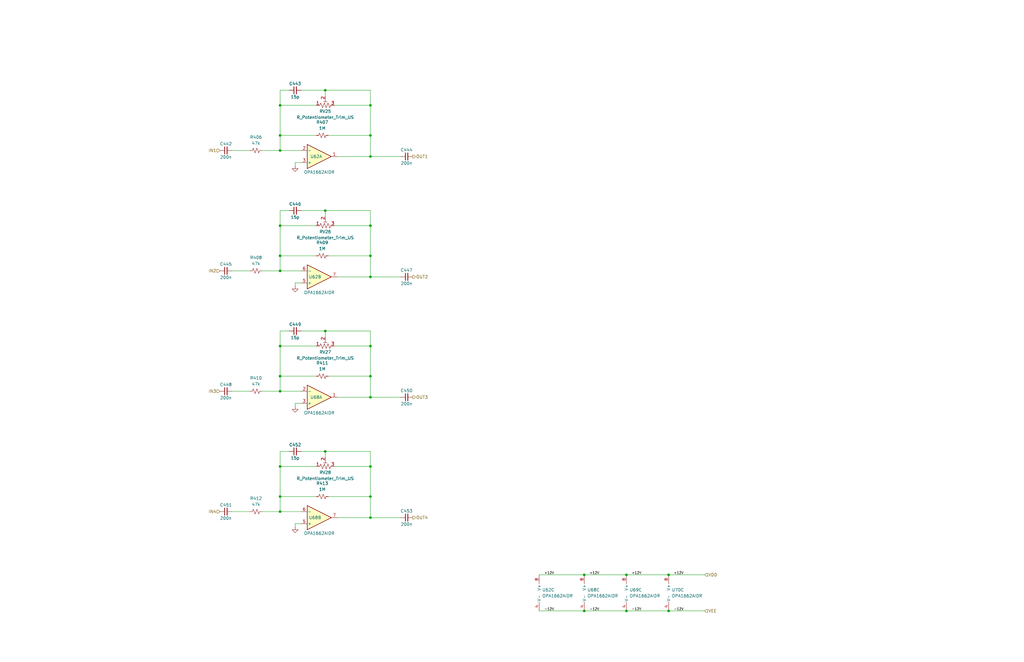
<source format=kicad_sch>
(kicad_sch (version 20250114) (generator "eeschema") (generator_version "9.0")
  (paper "B")
  (lib_symbols
    (symbol "Amplifier_Operational:OPA1656ID" (pin_names (offset 0.127))
      (property "Reference" "U" (at 0 5.08 0))
      (property "Value" "OPA1656ID" (at 0 -5.08 0))
      (symbol "OPA1656ID_1_1"
        (polyline (pts (xy -5.08 5.08) (xy 5.08 0) (xy -5.08 -5.08) (xy -5.08 5.08)) (stroke (width 0.254)) (fill (type background)))
        (pin input line (at -7.62 2.54 0) (length 2.54) (name "+") (number "3"))
        (pin input line (at -7.62 -2.54 0) (length 2.54) (name "-") (number "2"))
        (pin output line (at 7.62 0 180) (length 2.54) (name "~") (number "1"))
      )
      (symbol "OPA1656ID_2_1"
        (polyline (pts (xy -5.08 5.08) (xy 5.08 0) (xy -5.08 -5.08) (xy -5.08 5.08)) (stroke (width 0.254)) (fill (type background)))
        (pin input line (at -7.62 2.54 0) (length 2.54) (name "+") (number "5"))
        (pin input line (at -7.62 -2.54 0) (length 2.54) (name "-") (number "6"))
        (pin output line (at 7.62 0 180) (length 2.54) (name "~") (number "7"))
      )
      (symbol "OPA1656ID_3_1"
        (pin power_in line (at -2.54 7.62 270) (length 3.81) (name "V+") (number "8"))
        (pin power_in line (at -2.54 -7.62 90) (length 3.81) (name "V-") (number "4"))
      )
    )
    (symbol "Device:C_Small" (pin_numbers (hide yes)) (pin_names (offset 0.254) (hide yes))
      (property "Reference" "C" (at 0.254 1.778 0))
      (property "Value" "C_Small" (at 0.254 -2.032 0))
      (symbol "C_Small_0_1"
        (polyline (pts (xy -1.524 0.508) (xy 1.524 0.508)) (stroke (width 0.3048)))
        (polyline (pts (xy -1.524 -0.508) (xy 1.524 -0.508)) (stroke (width 0.3302)))
      )
      (symbol "C_Small_1_1"
        (pin passive line (at 0 2.54 270) (length 2.032) (name "~") (number "1"))
        (pin passive line (at 0 -2.54 90) (length 2.032) (name "~") (number "2"))
      )
    )
    (symbol "Device:R_Potentiometer_Trim_US" (pin_names (offset 1.016) (hide yes))
      (property "Reference" "RV" (at -4.445 0 90))
      (property "Value" "R_Potentiometer_Trim_US" (at -2.54 0 90))
      (symbol "R_Potentiometer_Trim_US_0_1"
        (polyline (pts (xy 0 2.286) (xy 0 2.54)))
        (polyline (pts (xy 0 2.286) (xy 1.016 1.905) (xy 0 1.524) (xy -1.016 1.143) (xy 0 0.762)))
        (polyline (pts (xy 0 0.762) (xy 1.016 0.381) (xy 0 0) (xy -1.016 -0.381) (xy 0 -0.762)))
        (polyline (pts (xy 0 -0.762) (xy 1.016 -1.143) (xy 0 -1.524) (xy -1.016 -1.905) (xy 0 -2.286)))
        (polyline (pts (xy 0 -2.286) (xy 0 -2.54)))
        (polyline (pts (xy 1.524 0.762) (xy 1.524 -0.762)))
        (polyline (pts (xy 2.54 0) (xy 1.524 0)))
      )
      (symbol "R_Potentiometer_Trim_US_1_1"
        (pin passive line (at 0 3.81 270) (length 1.27) (name "1") (number "1"))
        (pin passive line (at 0 -3.81 90) (length 1.27) (name "3") (number "3"))
        (pin passive line (at 3.81 0 180) (length 1.27) (name "2") (number "2"))
      )
    )
    (symbol "Device:R_Small_US" (pin_numbers (hide yes)) (pin_names (offset 0.254) (hide yes))
      (property "Reference" "R" (at 0.762 0.508 0))
      (property "Value" "R_Small_US" (at 0.762 -1.016 0))
      (symbol "R_Small_US_1_1"
        (polyline (pts (xy 0 1.524) (xy 1.016 1.143) (xy 0 0.762) (xy -1.016 0.381) (xy 0 0)))
        (polyline (pts (xy 0 0) (xy 1.016 -0.381) (xy 0 -0.762) (xy -1.016 -1.143) (xy 0 -1.524)))
        (pin passive line (at 0 2.54 270) (length 1.016) (name "~") (number "1"))
        (pin passive line (at 0 -2.54 90) (length 1.016) (name "~") (number "2"))
      )
    )
    (symbol "power:GND" (power) (pin_numbers (hide yes)) (pin_names (offset 0) (hide yes))
      (property "Value" "GND" (at 0 -3.81 0))
      (symbol "GND_0_1"
        (polyline (pts (xy 0 0) (xy 0 -1.27) (xy 1.27 -1.27) (xy 0 -2.54) (xy -1.27 -1.27) (xy 0 -1.27)))
      )
      (symbol "GND_1_1"
        (pin power_in line (at 0 0 270) (length 0) (name "~") (number "1"))
      )
    )
  )
  (junction (at 156.21 167.64))
  (junction (at 118.11 158.75))
  (junction (at 118.11 63.5))
  (junction (at 137.16 88.9))
  (junction (at 118.11 165.1))
  (junction (at 156.21 66.04))
  (junction (at 118.11 209.55))
  (junction (at 246.38 242.57))
  (junction (at 118.11 44.45))
  (junction (at 156.21 196.85))
  (junction (at 137.16 190.5))
  (junction (at 156.21 116.84))
  (junction (at 118.11 196.85))
  (junction (at 118.11 107.95))
  (junction (at 264.16 257.81))
  (junction (at 156.21 44.45))
  (junction (at 118.11 215.9))
  (junction (at 118.11 146.05))
  (junction (at 137.16 38.1))
  (junction (at 156.21 146.05))
  (junction (at 156.21 57.15))
  (junction (at 281.94 257.81))
  (junction (at 281.94 242.57))
  (junction (at 264.16 242.57))
  (junction (at 118.11 57.15))
  (junction (at 156.21 95.25))
  (junction (at 156.21 158.75))
  (junction (at 156.21 209.55))
  (junction (at 137.16 139.7))
  (junction (at 246.38 257.81))
  (junction (at 156.21 107.95))
  (junction (at 118.11 114.3))
  (junction (at 118.11 95.25))
  (junction (at 156.21 218.44))
  (wire (pts (xy 110.49 215.9) (xy 118.11 215.9)))
  (wire (pts (xy 227.33 242.57) (xy 246.38 242.57)))
  (wire (pts (xy 156.21 196.85) (xy 156.21 209.55)))
  (wire (pts (xy 127 165.1) (xy 118.11 165.1)))
  (wire (pts (xy 118.11 158.75) (xy 133.35 158.75)))
  (wire (pts (xy 156.21 209.55) (xy 156.21 218.44)))
  (wire (pts (xy 124.46 222.25) (xy 124.46 220.98)))
  (wire (pts (xy 138.43 107.95) (xy 156.21 107.95)))
  (wire (pts (xy 118.11 95.25) (xy 118.11 107.95)))
  (wire (pts (xy 264.16 257.81) (xy 281.94 257.81)))
  (wire (pts (xy 118.11 38.1) (xy 121.92 38.1)))
  (wire (pts (xy 124.46 68.58) (xy 127 68.58)))
  (wire (pts (xy 118.11 215.9) (xy 118.11 209.55)))
  (wire (pts (xy 118.11 190.5) (xy 121.92 190.5)))
  (wire (pts (xy 140.97 146.05) (xy 156.21 146.05)))
  (wire (pts (xy 281.94 242.57) (xy 297.18 242.57)))
  (wire (pts (xy 127 63.5) (xy 118.11 63.5)))
  (wire (pts (xy 137.16 139.7) (xy 156.21 139.7)))
  (wire (pts (xy 118.11 88.9) (xy 118.11 95.25)))
  (wire (pts (xy 156.21 88.9) (xy 156.21 95.25)))
  (wire (pts (xy 110.49 63.5) (xy 118.11 63.5)))
  (wire (pts (xy 156.21 139.7) (xy 156.21 146.05)))
  (wire (pts (xy 110.49 165.1) (xy 118.11 165.1)))
  (wire (pts (xy 97.79 215.9) (xy 105.41 215.9)))
  (wire (pts (xy 137.16 38.1) (xy 137.16 40.64)))
  (wire (pts (xy 118.11 63.5) (xy 118.11 57.15)))
  (wire (pts (xy 156.21 190.5) (xy 156.21 196.85)))
  (wire (pts (xy 264.16 242.57) (xy 281.94 242.57)))
  (wire (pts (xy 124.46 120.65) (xy 124.46 119.38)))
  (wire (pts (xy 156.21 146.05) (xy 156.21 158.75)))
  (wire (pts (xy 137.16 190.5) (xy 137.16 193.04)))
  (wire (pts (xy 133.35 196.85) (xy 118.11 196.85)))
  (wire (pts (xy 156.21 95.25) (xy 156.21 107.95)))
  (wire (pts (xy 118.11 57.15) (xy 133.35 57.15)))
  (wire (pts (xy 138.43 57.15) (xy 156.21 57.15)))
  (wire (pts (xy 137.16 190.5) (xy 156.21 190.5)))
  (wire (pts (xy 156.21 116.84) (xy 142.24 116.84)))
  (wire (pts (xy 246.38 242.57) (xy 264.16 242.57)))
  (wire (pts (xy 156.21 167.64) (xy 142.24 167.64)))
  (wire (pts (xy 118.11 196.85) (xy 118.11 209.55)))
  (wire (pts (xy 124.46 119.38) (xy 127 119.38)))
  (wire (pts (xy 137.16 88.9) (xy 137.16 91.44)))
  (wire (pts (xy 138.43 158.75) (xy 156.21 158.75)))
  (wire (pts (xy 227.33 257.81) (xy 246.38 257.81)))
  (wire (pts (xy 140.97 44.45) (xy 156.21 44.45)))
  (wire (pts (xy 156.21 44.45) (xy 156.21 57.15)))
  (wire (pts (xy 118.11 209.55) (xy 133.35 209.55)))
  (wire (pts (xy 137.16 88.9) (xy 156.21 88.9)))
  (wire (pts (xy 156.21 66.04) (xy 142.24 66.04)))
  (wire (pts (xy 127 139.7) (xy 137.16 139.7)))
  (wire (pts (xy 133.35 146.05) (xy 118.11 146.05)))
  (wire (pts (xy 118.11 107.95) (xy 133.35 107.95)))
  (wire (pts (xy 156.21 57.15) (xy 156.21 66.04)))
  (wire (pts (xy 118.11 139.7) (xy 121.92 139.7)))
  (wire (pts (xy 127 88.9) (xy 137.16 88.9)))
  (wire (pts (xy 118.11 146.05) (xy 118.11 158.75)))
  (wire (pts (xy 156.21 116.84) (xy 168.91 116.84)))
  (wire (pts (xy 140.97 95.25) (xy 156.21 95.25)))
  (wire (pts (xy 156.21 66.04) (xy 168.91 66.04)))
  (wire (pts (xy 124.46 69.85) (xy 124.46 68.58)))
  (wire (pts (xy 127 190.5) (xy 137.16 190.5)))
  (wire (pts (xy 118.11 88.9) (xy 121.92 88.9)))
  (wire (pts (xy 137.16 139.7) (xy 137.16 142.24)))
  (wire (pts (xy 97.79 63.5) (xy 105.41 63.5)))
  (wire (pts (xy 156.21 107.95) (xy 156.21 116.84)))
  (wire (pts (xy 118.11 38.1) (xy 118.11 44.45)))
  (wire (pts (xy 124.46 170.18) (xy 127 170.18)))
  (wire (pts (xy 140.97 196.85) (xy 156.21 196.85)))
  (wire (pts (xy 156.21 218.44) (xy 142.24 218.44)))
  (wire (pts (xy 127 38.1) (xy 137.16 38.1)))
  (wire (pts (xy 281.94 257.81) (xy 297.18 257.81)))
  (wire (pts (xy 138.43 209.55) (xy 156.21 209.55)))
  (wire (pts (xy 124.46 220.98) (xy 127 220.98)))
  (wire (pts (xy 124.46 171.45) (xy 124.46 170.18)))
  (wire (pts (xy 118.11 139.7) (xy 118.11 146.05)))
  (wire (pts (xy 156.21 38.1) (xy 156.21 44.45)))
  (wire (pts (xy 133.35 44.45) (xy 118.11 44.45)))
  (wire (pts (xy 137.16 38.1) (xy 156.21 38.1)))
  (wire (pts (xy 127 215.9) (xy 118.11 215.9)))
  (wire (pts (xy 133.35 95.25) (xy 118.11 95.25)))
  (wire (pts (xy 97.79 114.3) (xy 105.41 114.3)))
  (wire (pts (xy 118.11 165.1) (xy 118.11 158.75)))
  (wire (pts (xy 156.21 218.44) (xy 168.91 218.44)))
  (wire (pts (xy 118.11 190.5) (xy 118.11 196.85)))
  (wire (pts (xy 118.11 114.3) (xy 118.11 107.95)))
  (wire (pts (xy 127 114.3) (xy 118.11 114.3)))
  (wire (pts (xy 110.49 114.3) (xy 118.11 114.3)))
  (wire (pts (xy 118.11 44.45) (xy 118.11 57.15)))
  (wire (pts (xy 156.21 158.75) (xy 156.21 167.64)))
  (wire (pts (xy 246.38 257.81) (xy 264.16 257.81)))
  (wire (pts (xy 156.21 167.64) (xy 168.91 167.64)))
  (wire (pts (xy 97.79 165.1) (xy 105.41 165.1)))
  (label "-12V" (at 288.29 257.81 180) (effects (font (size 1 1))))
  (label "-12V" (at 252.73 257.81 180) (effects (font (size 1 1))))
  (label "-12V" (at 233.68 257.81 180) (effects (font (size 1 1))))
  (label "-12V" (at 270.51 257.81 180) (effects (font (size 1 1))))
  (label "+12V" (at 233.68 242.57 180) (effects (font (size 1 1))))
  (label "+12V" (at 252.73 242.57 180) (effects (font (size 1 1))))
  (label "+12V" (at 270.51 242.57 180) (effects (font (size 1 1))))
  (label "+12V" (at 288.29 242.57 180) (effects (font (size 1 1))))
  (hierarchical_label "OUT4" (shape output) (at 173.99 218.44 0))
  (hierarchical_label "VDD" (shape input) (at 297.18 242.57 0))
  (hierarchical_label "VEE" (shape input) (at 297.18 257.81 0))
  (hierarchical_label "IN4" (shape input) (at 92.71 215.9 180))
  (hierarchical_label "OUT1" (shape output) (at 173.99 66.04 0))
  (hierarchical_label "OUT3" (shape output) (at 173.99 167.64 0))
  (hierarchical_label "IN1" (shape input) (at 92.71 63.5 180))
  (hierarchical_label "OUT2" (shape output) (at 173.99 116.84 0))
  (hierarchical_label "IN3" (shape input) (at 92.71 165.1 180))
  (hierarchical_label "IN2" (shape input) (at 92.71 114.3 180))
  (symbol (lib_id "Amplifier_Operational:OPA1656ID") (at 229.87 250.19 0) (unit 3)
    (property "Reference" "U71" (at 228.6 248.9199 0) (effects (justify left)))
    (property "Value" "OPA1662AIDR" (at 228.6 251.4599 0) (effects (justify left)))
    (property "Footprint" "Package_SO:SOIC-8_3.9x4.9mm_P1.27mm" (effects (hide yes)))
    (property "Datasheet" "https://www.ti.com/lit/ds/symlink/opa1662.pdf?HQS=dis-dk-null-digikeymode-dsf-pf-null-wwe&ts=1750397590108&ref_url=https%253A%252F%252Fwww.ti.com%252Fgeneral%252Fdocs%252Fsuppproductinfo.tsp%253FdistId%253D10%2526gotoUrl%253Dhttps%253A%252F%252Fwww.ti.com%252Flit%252Fgpn%252Fopa1662" (effects (hide yes)))
    (property "Description" "Dual Ultra-Low-Noise, Low-Distortion, FET-Input, Burr-Brown Audio Operational Amplifiers, SOIC-8" (effects (hide yes)))
    (instances (project "PilotAudioPanel" (path "" (reference "U62") (unit 3)) (path "" (reference "U71") (unit 3))))
  )
  (symbol (lib_id "Device:R_Small_US") (at 107.95 215.9 90) (unit 1)
    (property "Reference" "R417" (at 107.95 210.312 90))
    (property "Value" "47k" (at 107.95 212.852 90))
    (property "Description" "Resistor, small US symbol" (effects (hide yes)))
    (instances (project "PilotAudioPanel" (path "" (reference "R412") (unit 1)) (path "" (reference "R417") (unit 1))))
  )
  (symbol (lib_id "Device:C_Small") (at 95.25 63.5 90) (mirror x) (unit 1)
    (property "Reference" "C454" (at 95.25 60.706 90))
    (property "Value" "200n" (at 95.25 66.294 90))
    (property "Description" "Unpolarized capacitor, small symbol" (effects (hide yes)))
    (instances (project "PilotAudioPanel" (path "" (reference "C442") (unit 1)) (path "" (reference "C454") (unit 1))))
  )
  (symbol (lib_id "Device:R_Small_US") (at 107.95 114.3 90) (unit 1)
    (property "Reference" "R415" (at 107.95 108.712 90))
    (property "Value" "47k" (at 107.95 111.252 90))
    (property "Description" "Resistor, small US symbol" (effects (hide yes)))
    (instances (project "PilotAudioPanel" (path "" (reference "R408") (unit 1)) (path "" (reference "R415") (unit 1))))
  )
  (symbol (lib_id "Amplifier_Operational:OPA1656ID") (at 248.92 250.19 0) (unit 3)
    (property "Reference" "U72" (at 247.65 248.9199 0) (effects (justify left)))
    (property "Value" "OPA1662AIDR" (at 247.65 251.4599 0) (effects (justify left)))
    (property "Footprint" "Package_SO:SOIC-8_3.9x4.9mm_P1.27mm" (effects (hide yes)))
    (property "Datasheet" "https://www.ti.com/lit/ds/symlink/opa1662.pdf?HQS=dis-dk-null-digikeymode-dsf-pf-null-wwe&ts=1750397590108&ref_url=https%253A%252F%252Fwww.ti.com%252Fgeneral%252Fdocs%252Fsuppproductinfo.tsp%253FdistId%253D10%2526gotoUrl%253Dhttps%253A%252F%252Fwww.ti.com%252Flit%252Fgpn%252Fopa1662" (effects (hide yes)))
    (property "Description" "Dual Ultra-Low-Noise, Low-Distortion, FET-Input, Burr-Brown Audio Operational Amplifiers, SOIC-8" (effects (hide yes)))
    (instances (project "PilotAudioPanel" (path "" (reference "U68") (unit 3)) (path "" (reference "U72") (unit 3))))
  )
  (symbol (lib_id "Device:R_Small_US") (at 135.89 209.55 90) (unit 1)
    (property "Reference" "R421" (at 135.89 203.962 90))
    (property "Value" "1M" (at 135.89 206.502 90))
    (property "Description" "Resistor, small US symbol" (effects (hide yes)))
    (instances (project "PilotAudioPanel" (path "" (reference "R413") (unit 1)) (path "" (reference "R421") (unit 1))))
  )
  (symbol (lib_id "Device:R_Potentiometer_Trim_US") (at 137.16 95.25 90) (unit 1)
    (property "Reference" "RV30" (at 137.16 97.79 90))
    (property "Value" "R_Potentiometer_Trim_US" (at 137.16 100.33 90))
    (property "Description" "Trim-potentiometer, US symbol" (effects (hide yes)))
    (instances (project "PilotAudioPanel" (path "" (reference "RV26") (unit 1)) (path "" (reference "RV30") (unit 1))))
  )
  (symbol (lib_id "Device:C_Small") (at 95.25 114.3 90) (mirror x) (unit 1)
    (property "Reference" "C455" (at 95.25 111.506 90))
    (property "Value" "200n" (at 95.25 117.094 90))
    (property "Description" "Unpolarized capacitor, small symbol" (effects (hide yes)))
    (instances (project "PilotAudioPanel" (path "" (reference "C445") (unit 1)) (path "" (reference "C455") (unit 1))))
  )
  (symbol (lib_id "Device:C_Small") (at 124.46 190.5 90) (mirror x) (unit 1)
    (property "Reference" "C461" (at 124.46 187.706 90))
    (property "Value" "15p" (at 124.46 193.294 90))
    (property "Description" "Unpolarized capacitor, small symbol" (effects (hide yes)))
    (instances (project "PilotAudioPanel" (path "" (reference "C452") (unit 1)) (path "" (reference "C461") (unit 1))))
  )
  (symbol (lib_id "Device:C_Small") (at 95.25 215.9 90) (mirror x) (unit 1)
    (property "Reference" "C457" (at 95.25 213.106 90))
    (property "Value" "200n" (at 95.25 218.694 90))
    (property "Description" "Unpolarized capacitor, small symbol" (effects (hide yes)))
    (instances (project "PilotAudioPanel" (path "" (reference "C451") (unit 1)) (path "" (reference "C457") (unit 1))))
  )
  (symbol (lib_id "Amplifier_Operational:OPA1656ID") (at 266.7 250.19 0) (unit 3)
    (property "Reference" "U73" (at 265.43 248.9199 0) (effects (justify left)))
    (property "Value" "OPA1662AIDR" (at 265.43 251.4599 0) (effects (justify left)))
    (property "Footprint" "Package_SO:SOIC-8_3.9x4.9mm_P1.27mm" (effects (hide yes)))
    (property "Datasheet" "https://www.ti.com/lit/ds/symlink/opa1662.pdf?HQS=dis-dk-null-digikeymode-dsf-pf-null-wwe&ts=1750397590108&ref_url=https%253A%252F%252Fwww.ti.com%252Fgeneral%252Fdocs%252Fsuppproductinfo.tsp%253FdistId%253D10%2526gotoUrl%253Dhttps%253A%252F%252Fwww.ti.com%252Flit%252Fgpn%252Fopa1662" (effects (hide yes)))
    (property "Description" "Dual Ultra-Low-Noise, Low-Distortion, FET-Input, Burr-Brown Audio Operational Amplifiers, SOIC-8" (effects (hide yes)))
    (instances (project "PilotAudioPanel" (path "" (reference "U69") (unit 3)) (path "" (reference "U73") (unit 3))))
  )
  (symbol (lib_id "Device:R_Potentiometer_Trim_US") (at 137.16 146.05 90) (unit 1)
    (property "Reference" "RV31" (at 137.16 148.59 90))
    (property "Value" "R_Potentiometer_Trim_US" (at 137.16 151.13 90))
    (property "Description" "Trim-potentiometer, US symbol" (effects (hide yes)))
    (instances (project "PilotAudioPanel" (path "" (reference "RV27") (unit 1)) (path "" (reference "RV31") (unit 1))))
  )
  (symbol (lib_id "Device:C_Small") (at 124.46 139.7 90) (mirror x) (unit 1)
    (property "Reference" "C460" (at 124.46 136.906 90))
    (property "Value" "15p" (at 124.46 142.494 90))
    (property "Description" "Unpolarized capacitor, small symbol" (effects (hide yes)))
    (instances (project "PilotAudioPanel" (path "" (reference "C449") (unit 1)) (path "" (reference "C460") (unit 1))))
  )
  (symbol (lib_id "Device:R_Small_US") (at 135.89 57.15 90) (unit 1)
    (property "Reference" "R418" (at 135.89 51.562 90))
    (property "Value" "1M" (at 135.89 54.102 90))
    (property "Description" "Resistor, small US symbol" (effects (hide yes)))
    (instances (project "PilotAudioPanel" (path "" (reference "R407") (unit 1)) (path "" (reference "R418") (unit 1))))
  )
  (symbol (lib_id "Device:C_Small") (at 124.46 88.9 90) (mirror x) (unit 1)
    (property "Reference" "C459" (at 124.46 86.106 90))
    (property "Value" "15p" (at 124.46 91.694 90))
    (property "Description" "Unpolarized capacitor, small symbol" (effects (hide yes)))
    (instances (project "PilotAudioPanel" (path "" (reference "C446") (unit 1)) (path "" (reference "C459") (unit 1))))
  )
  (symbol (lib_id "Amplifier_Operational:OPA1656ID") (at 134.62 218.44 0) (mirror x) (unit 2)
    (property "Reference" "U72" (at 132.842 218.44 0))
    (property "Value" "OPA1662AIDR" (at 134.62 225.044 0))
    (property "Footprint" "Package_SO:SOIC-8_3.9x4.9mm_P1.27mm" (effects (hide yes)))
    (property "Datasheet" "https://www.ti.com/lit/ds/symlink/opa1662.pdf?HQS=dis-dk-null-digikeymode-dsf-pf-null-wwe&ts=1750397590108&ref_url=https%253A%252F%252Fwww.ti.com%252Fgeneral%252Fdocs%252Fsuppproductinfo.tsp%253FdistId%253D10%2526gotoUrl%253Dhttps%253A%252F%252Fwww.ti.com%252Flit%252Fgpn%252Fopa1662" (effects (hide yes)))
    (property "Description" "Dual Ultra-Low-Noise, Low-Distortion, FET-Input, Burr-Brown Audio Operational Amplifiers, SOIC-8" (effects (hide yes)))
    (instances (project "PilotAudioPanel" (path "" (reference "U68") (unit 2)) (path "" (reference "U72") (unit 2))))
  )
  (symbol (lib_id "Device:R_Small_US") (at 107.95 63.5 90) (unit 1)
    (property "Reference" "R414" (at 107.95 57.912 90))
    (property "Value" "47k" (at 107.95 60.452 90))
    (property "Description" "Resistor, small US symbol" (effects (hide yes)))
    (instances (project "PilotAudioPanel" (path "" (reference "R406") (unit 1)) (path "" (reference "R414") (unit 1))))
  )
  (symbol (lib_id "Device:C_Small") (at 171.45 218.44 90) (mirror x) (unit 1)
    (property "Reference" "C465" (at 171.45 215.646 90))
    (property "Value" "200n" (at 171.45 221.234 90))
    (property "Description" "Unpolarized capacitor, small symbol" (effects (hide yes)))
    (instances (project "PilotAudioPanel" (path "" (reference "C453") (unit 1)) (path "" (reference "C465") (unit 1))))
  )
  (symbol (lib_id "Device:C_Small") (at 95.25 165.1 90) (mirror x) (unit 1)
    (property "Reference" "C456" (at 95.25 162.306 90))
    (property "Value" "200n" (at 95.25 167.894 90))
    (property "Description" "Unpolarized capacitor, small symbol" (effects (hide yes)))
    (instances (project "PilotAudioPanel" (path "" (reference "C448") (unit 1)) (path "" (reference "C456") (unit 1))))
  )
  (symbol (lib_id "Device:C_Small") (at 171.45 66.04 90) (mirror x) (unit 1)
    (property "Reference" "C462" (at 171.45 63.246 90))
    (property "Value" "200n" (at 171.45 68.834 90))
    (property "Description" "Unpolarized capacitor, small symbol" (effects (hide yes)))
    (instances (project "PilotAudioPanel" (path "" (reference "C444") (unit 1)) (path "" (reference "C462") (unit 1))))
  )
  (symbol (lib_id "power:GND") (at 124.46 69.85 0) (unit 1)
    (property "Reference" "#PWR0403" (effects (hide yes)))
    (property "Value" "GND" (effects (hide yes)))
    (property "Description" "Power symbol creates a global label with name \"GND\" , ground" (effects (hide yes)))
    (instances (project "PilotAudioPanel" (path "" (reference "#PWR0399") (unit 1)) (path "" (reference "#PWR0403") (unit 1))))
  )
  (symbol (lib_id "Amplifier_Operational:OPA1656ID") (at 134.62 116.84 0) (mirror x) (unit 2)
    (property "Reference" "U71" (at 132.842 116.84 0))
    (property "Value" "OPA1662AIDR" (at 134.62 123.444 0))
    (property "Footprint" "Package_SO:SOIC-8_3.9x4.9mm_P1.27mm" (effects (hide yes)))
    (property "Datasheet" "https://www.ti.com/lit/ds/symlink/opa1662.pdf?HQS=dis-dk-null-digikeymode-dsf-pf-null-wwe&ts=1750397590108&ref_url=https%253A%252F%252Fwww.ti.com%252Fgeneral%252Fdocs%252Fsuppproductinfo.tsp%253FdistId%253D10%2526gotoUrl%253Dhttps%253A%252F%252Fwww.ti.com%252Flit%252Fgpn%252Fopa1662" (effects (hide yes)))
    (property "Description" "Dual Ultra-Low-Noise, Low-Distortion, FET-Input, Burr-Brown Audio Operational Amplifiers, SOIC-8" (effects (hide yes)))
    (instances (project "PilotAudioPanel" (path "" (reference "U62") (unit 2)) (path "" (reference "U71") (unit 2))))
  )
  (symbol (lib_id "Device:R_Small_US") (at 135.89 158.75 90) (unit 1)
    (property "Reference" "R420" (at 135.89 153.162 90))
    (property "Value" "1M" (at 135.89 155.702 90))
    (property "Description" "Resistor, small US symbol" (effects (hide yes)))
    (instances (project "PilotAudioPanel" (path "" (reference "R411") (unit 1)) (path "" (reference "R420") (unit 1))))
  )
  (symbol (lib_id "Device:C_Small") (at 124.46 38.1 90) (mirror x) (unit 1)
    (property "Reference" "C458" (at 124.46 35.306 90))
    (property "Value" "15p" (at 124.46 40.894 90))
    (property "Description" "Unpolarized capacitor, small symbol" (effects (hide yes)))
    (instances (project "PilotAudioPanel" (path "" (reference "C443") (unit 1)) (path "" (reference "C458") (unit 1))))
  )
  (symbol (lib_id "Device:C_Small") (at 171.45 116.84 90) (mirror x) (unit 1)
    (property "Reference" "C463" (at 171.45 114.046 90))
    (property "Value" "200n" (at 171.45 119.634 90))
    (property "Description" "Unpolarized capacitor, small symbol" (effects (hide yes)))
    (instances (project "PilotAudioPanel" (path "" (reference "C447") (unit 1)) (path "" (reference "C463") (unit 1))))
  )
  (symbol (lib_id "Device:R_Potentiometer_Trim_US") (at 137.16 196.85 90) (unit 1)
    (property "Reference" "RV32" (at 137.16 199.39 90))
    (property "Value" "R_Potentiometer_Trim_US" (at 137.16 201.93 90))
    (property "Description" "Trim-potentiometer, US symbol" (effects (hide yes)))
    (instances (project "PilotAudioPanel" (path "" (reference "RV28") (unit 1)) (path "" (reference "RV32") (unit 1))))
  )
  (symbol (lib_id "Device:R_Small_US") (at 135.89 107.95 90) (unit 1)
    (property "Reference" "R419" (at 135.89 102.362 90))
    (property "Value" "1M" (at 135.89 104.902 90))
    (property "Description" "Resistor, small US symbol" (effects (hide yes)))
    (instances (project "PilotAudioPanel" (path "" (reference "R409") (unit 1)) (path "" (reference "R419") (unit 1))))
  )
  (symbol (lib_id "Device:C_Small") (at 171.45 167.64 90) (mirror x) (unit 1)
    (property "Reference" "C464" (at 171.45 164.846 90))
    (property "Value" "200n" (at 171.45 170.434 90))
    (property "Description" "Unpolarized capacitor, small symbol" (effects (hide yes)))
    (instances (project "PilotAudioPanel" (path "" (reference "C450") (unit 1)) (path "" (reference "C464") (unit 1))))
  )
  (symbol (lib_id "power:GND") (at 124.46 222.25 0) (unit 1)
    (property "Reference" "#PWR0408" (effects (hide yes)))
    (property "Value" "GND" (effects (hide yes)))
    (property "Description" "Power symbol creates a global label with name \"GND\" , ground" (effects (hide yes)))
    (instances (project "PilotAudioPanel" (path "" (reference "#PWR0402") (unit 1)) (path "" (reference "#PWR0408") (unit 1))))
  )
  (symbol (lib_id "Device:R_Potentiometer_Trim_US") (at 137.16 44.45 90) (unit 1)
    (property "Reference" "RV29" (at 137.16 46.99 90))
    (property "Value" "R_Potentiometer_Trim_US" (at 137.16 49.53 90))
    (property "Description" "Trim-potentiometer, US symbol" (effects (hide yes)))
    (instances (project "PilotAudioPanel" (path "" (reference "RV25") (unit 1)) (path "" (reference "RV29") (unit 1))))
  )
  (symbol (lib_id "power:GND") (at 124.46 120.65 0) (unit 1)
    (property "Reference" "#PWR0405" (effects (hide yes)))
    (property "Value" "GND" (effects (hide yes)))
    (property "Description" "Power symbol creates a global label with name \"GND\" , ground" (effects (hide yes)))
    (instances (project "PilotAudioPanel" (path "" (reference "#PWR0400") (unit 1)) (path "" (reference "#PWR0405") (unit 1))))
  )
  (symbol (lib_id "Amplifier_Operational:OPA1656ID") (at 134.62 167.64 0) (mirror x) (unit 1)
    (property "Reference" "U72" (at 133.35 167.64 0))
    (property "Value" "OPA1662AIDR" (at 134.62 174.244 0))
    (property "Footprint" "Package_SO:SOIC-8_3.9x4.9mm_P1.27mm" (effects (hide yes)))
    (property "Datasheet" "https://www.ti.com/lit/ds/symlink/opa1662.pdf?HQS=dis-dk-null-digikeymode-dsf-pf-null-wwe&ts=1750397590108&ref_url=https%253A%252F%252Fwww.ti.com%252Fgeneral%252Fdocs%252Fsuppproductinfo.tsp%253FdistId%253D10%2526gotoUrl%253Dhttps%253A%252F%252Fwww.ti.com%252Flit%252Fgpn%252Fopa1662" (effects (hide yes)))
    (property "Description" "Dual Ultra-Low-Noise, Low-Distortion, FET-Input, Burr-Brown Audio Operational Amplifiers, SOIC-8" (effects (hide yes)))
    (instances (project "PilotAudioPanel" (path "" (reference "U68") (unit 1)) (path "" (reference "U72") (unit 1))))
  )
  (symbol (lib_id "power:GND") (at 124.46 171.45 0) (unit 1)
    (property "Reference" "#PWR0407" (effects (hide yes)))
    (property "Value" "GND" (effects (hide yes)))
    (property "Description" "Power symbol creates a global label with name \"GND\" , ground" (effects (hide yes)))
    (instances (project "PilotAudioPanel" (path "" (reference "#PWR0401") (unit 1)) (path "" (reference "#PWR0407") (unit 1))))
  )
  (symbol (lib_id "Amplifier_Operational:OPA1656ID") (at 134.62 66.04 0) (mirror x) (unit 1)
    (property "Reference" "U71" (at 133.35 66.04 0))
    (property "Value" "OPA1662AIDR" (at 134.62 72.644 0))
    (property "Footprint" "Package_SO:SOIC-8_3.9x4.9mm_P1.27mm" (effects (hide yes)))
    (property "Datasheet" "https://www.ti.com/lit/ds/symlink/opa1662.pdf?HQS=dis-dk-null-digikeymode-dsf-pf-null-wwe&ts=1750397590108&ref_url=https%253A%252F%252Fwww.ti.com%252Fgeneral%252Fdocs%252Fsuppproductinfo.tsp%253FdistId%253D10%2526gotoUrl%253Dhttps%253A%252F%252Fwww.ti.com%252Flit%252Fgpn%252Fopa1662" (effects (hide yes)))
    (property "Description" "Dual Ultra-Low-Noise, Low-Distortion, FET-Input, Burr-Brown Audio Operational Amplifiers, SOIC-8" (effects (hide yes)))
    (instances (project "PilotAudioPanel" (path "" (reference "U62") (unit 1)) (path "" (reference "U71") (unit 1))))
  )
  (symbol (lib_id "Device:R_Small_US") (at 107.95 165.1 90) (unit 1)
    (property "Reference" "R416" (at 107.95 159.512 90))
    (property "Value" "47k" (at 107.95 162.052 90))
    (property "Description" "Resistor, small US symbol" (effects (hide yes)))
    (instances (project "PilotAudioPanel" (path "" (reference "R410") (unit 1)) (path "" (reference "R416") (unit 1))))
  )
  (symbol (lib_id "Amplifier_Operational:OPA1656ID") (at 284.48 250.19 0) (unit 3)
    (property "Reference" "U74" (at 283.21 248.9199 0) (effects (justify left)))
    (property "Value" "OPA1662AIDR" (at 283.21 251.4599 0) (effects (justify left)))
    (property "Footprint" "Package_SO:SOIC-8_3.9x4.9mm_P1.27mm" (effects (hide yes)))
    (property "Datasheet" "https://www.ti.com/lit/ds/symlink/opa1662.pdf?HQS=dis-dk-null-digikeymode-dsf-pf-null-wwe&ts=1750397590108&ref_url=https%253A%252F%252Fwww.ti.com%252Fgeneral%252Fdocs%252Fsuppproductinfo.tsp%253FdistId%253D10%2526gotoUrl%253Dhttps%253A%252F%252Fwww.ti.com%252Flit%252Fgpn%252Fopa1662" (effects (hide yes)))
    (property "Description" "Dual Ultra-Low-Noise, Low-Distortion, FET-Input, Burr-Brown Audio Operational Amplifiers, SOIC-8" (effects (hide yes)))
    (instances (project "PilotAudioPanel" (path "" (reference "U70") (unit 3)) (path "" (reference "U74") (unit 3))))
  )
)
</source>
